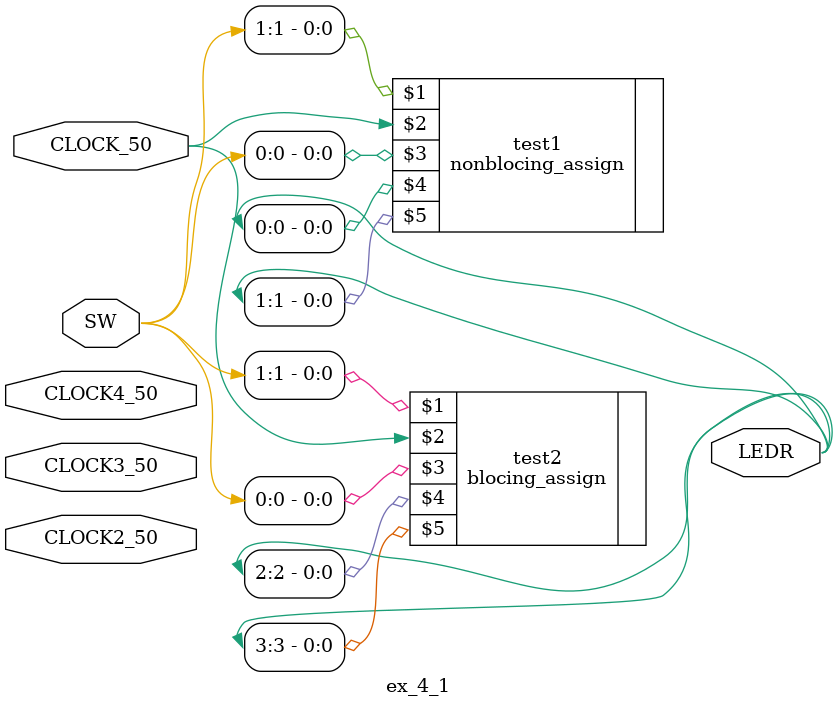
<source format=v>


module ex_4_1(

	//////////// CLOCK //////////
	input 		          		CLOCK2_50,
	input 		          		CLOCK3_50,
	input 		          		CLOCK4_50,
	input 		          		CLOCK_50,

	//////////// SW //////////
	input 		     [1:0]		SW,

	//////////// LED //////////
	output		     [3:0]		LEDR
);



//=======================================================
//  REG/WIRE declarations
//=======================================================

nonblocing_assign test1(SW[1], CLOCK_50, SW[0], LEDR[0], LEDR[1]);
blocing_assign test2(SW[1], CLOCK_50, SW[0], LEDR[2], LEDR[3]);


//=======================================================
//  Structural coding
//=======================================================



endmodule

</source>
